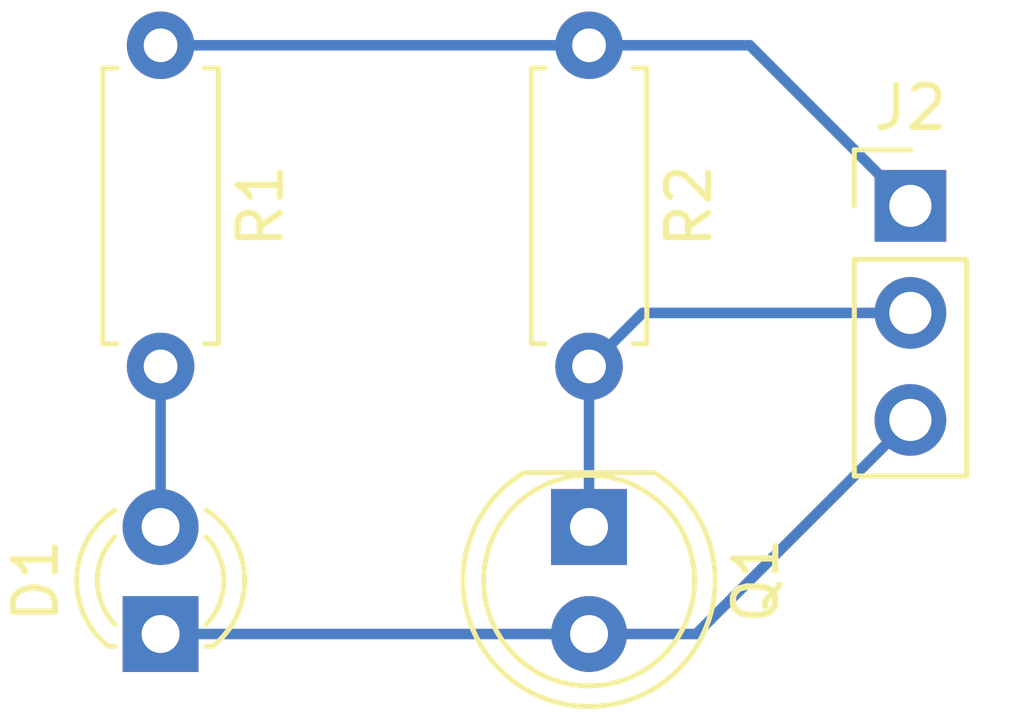
<source format=kicad_pcb>
(kicad_pcb (version 20211014) (generator pcbnew)
  (layers (0 "F.Cu" signal) (31 "B.Cu" signal) (34 "B.Paste" user) (35 "F.Paste" user) (36 "B.SilkS" user "B.Silkscreen") (37 "F.SilkS" user "F.Silkscreen") (38 "B.Mask" user) (39 "F.Mask" user) (44 "Edge.Cuts" user))
  (net 0 "")
  (net 1 "Net-(D1-Pad2)")
  (net 2 "GND")
  (net 3 "/TriggerSignal")
  (net 4 "/Trigger+")
  (footprint "LED_THT:LED_D3.0mm_FlatTop" (layer "F.Cu") (at 107.95 101.6 90)
    (fp_text reference "D1" (at 1.27 -2.96 90) (layer "F.SilkS"))
    (fp_text value "LED")
    (fp_line (start -0.29 1.08) (end -0.29 1.236) (layer "F.SilkS") (width 0.12))
    (fp_line (start -0.29 -1.236) (end -0.29 -1.08) (layer "F.SilkS") (width 0.12))
    (fp_arc (start 2.942335 1.078608) (mid 1.366487 1.987659) (end -0.29 1.235516) (layer "F.SilkS") (width 0.12))
    (fp_arc (start 2.31113 1.079837) (mid 1.270117 1.5) (end 0.229039 1.08) (layer "F.SilkS") (width 0.12))
    (fp_arc (start 0.229039 -1.08) (mid 1.270117 -1.5) (end 2.31113 -1.079837) (layer "F.SilkS") (width 0.12))
    (fp_arc (start -0.29 -1.235516) (mid 1.366487 -1.987659) (end 2.942335 -1.078608) (layer "F.SilkS") (width 0.12))
    (pad "1" thru_hole rect (at 0 0 90) (size 1.8 1.8) (drill 0.9) (layers *.Cu *.Mask) (net 2 "GND"))
    (pad "2" thru_hole circle (at 2.54 0 90) (size 1.8 1.8) (drill 0.9) (layers *.Cu *.Mask) (net 1 "Net-(D1-Pad2)"))
  )
  (footprint "Connector_PinHeader_2.54mm:PinHeader_1x03_P2.54mm_Vertical" (layer "F.Cu") (at 125.73 91.44)
    (fp_text reference "J2" (at 0 -2.33) (layer "F.SilkS"))
    (fp_text value "Trigger")
    (fp_line (start -1.33 -1.33) (end 0 -1.33) (layer "F.SilkS") (width 0.12))
    (fp_line (start -1.33 1.27) (end -1.33 6.41) (layer "F.SilkS") (width 0.12))
    (fp_line (start -1.33 0) (end -1.33 -1.33) (layer "F.SilkS") (width 0.12))
    (fp_line (start 1.33 1.27) (end 1.33 6.41) (layer "F.SilkS") (width 0.12))
    (fp_line (start -1.33 1.27) (end 1.33 1.27) (layer "F.SilkS") (width 0.12))
    (fp_line (start -1.33 6.41) (end 1.33 6.41) (layer "F.SilkS") (width 0.12))
    (pad "1" thru_hole rect (at 0 0) (size 1.7 1.7) (drill 1) (layers *.Cu *.Mask) (net 4 "/Trigger+"))
    (pad "2" thru_hole oval (at 0 2.54) (size 1.7 1.7) (drill 1) (layers *.Cu *.Mask) (net 3 "/TriggerSignal"))
    (pad "3" thru_hole oval (at 0 5.08) (size 1.7 1.7) (drill 1) (layers *.Cu *.Mask) (net 2 "GND"))
  )
  (footprint "LED_THT:LED_D5.0mm_Clear" (layer "F.Cu") (at 118.11 99.06 -90)
    (fp_text reference "Q1" (at 1.27 -3.96 90) (layer "F.SilkS"))
    (fp_text value "BP103B")
    (fp_line (start -1.29 -1.545) (end -1.29 1.545) (layer "F.SilkS") (width 0.12))
    (fp_arc (start 4.26 -0.000462) (mid 2.072002 2.880433) (end -1.29 1.54483) (layer "F.SilkS") (width 0.12))
    (fp_arc (start -1.29 -1.54483) (mid 2.072002 -2.880433) (end 4.26 0.000462) (layer "F.SilkS") (width 0.12))
    (fp_circle (center 1.27 0) (end 3.77 0) (layer "F.SilkS") (width 0.12) (fill none))
    (pad "1" thru_hole rect (at 0 0 270) (size 1.8 1.8) (drill 0.9) (layers *.Cu *.Mask) (net 3 "/TriggerSignal"))
    (pad "2" thru_hole circle (at 2.54 0 270) (size 1.8 1.8) (drill 0.9) (layers *.Cu *.Mask) (net 2 "GND"))
  )
  (footprint "Resistor_THT:R_Axial_DIN0207_L6.3mm_D2.5mm_P7.62mm_Horizontal" (layer "F.Cu") (at 107.95 87.63 -90)
    (fp_text reference "R1" (at 3.81 -2.37 90) (layer "F.SilkS"))
    (fp_text value "2.2K")
    (fp_line (start 0.54 1.37) (end 7.08 1.37) (layer "F.SilkS") (width 0.12))
    (fp_line (start 0.54 -1.37) (end 7.08 -1.37) (layer "F.SilkS") (width 0.12))
    (fp_line (start 0.54 -1.04) (end 0.54 -1.37) (layer "F.SilkS") (width 0.12))
    (fp_line (start 7.08 -1.37) (end 7.08 -1.04) (layer "F.SilkS") (width 0.12))
    (fp_line (start 7.08 1.37) (end 7.08 1.04) (layer "F.SilkS") (width 0.12))
    (fp_line (start 0.54 1.04) (end 0.54 1.37) (layer "F.SilkS") (width 0.12))
    (pad "1" thru_hole circle (at 0 0 270) (size 1.6 1.6) (drill 0.8) (layers *.Cu *.Mask) (net 4 "/Trigger+"))
    (pad "2" thru_hole oval (at 7.62 0 270) (size 1.6 1.6) (drill 0.8) (layers *.Cu *.Mask) (net 1 "Net-(D1-Pad2)"))
  )
  (footprint "Resistor_THT:R_Axial_DIN0207_L6.3mm_D2.5mm_P7.62mm_Horizontal" (layer "F.Cu") (at 118.11 87.63 -90)
    (fp_text reference "R2" (at 3.81 -2.37 90) (layer "F.SilkS"))
    (fp_text value "2.2K")
    (fp_line (start 0.54 -1.04) (end 0.54 -1.37) (layer "F.SilkS") (width 0.12))
    (fp_line (start 7.08 1.37) (end 7.08 1.04) (layer "F.SilkS") (width 0.12))
    (fp_line (start 7.08 -1.37) (end 7.08 -1.04) (layer "F.SilkS") (width 0.12))
    (fp_line (start 0.54 1.37) (end 7.08 1.37) (layer "F.SilkS") (width 0.12))
    (fp_line (start 0.54 1.04) (end 0.54 1.37) (layer "F.SilkS") (width 0.12))
    (fp_line (start 0.54 -1.37) (end 7.08 -1.37) (layer "F.SilkS") (width 0.12))
    (pad "1" thru_hole circle (at 0 0 270) (size 1.6 1.6) (drill 0.8) (layers *.Cu *.Mask) (net 4 "/Trigger+"))
    (pad "2" thru_hole oval (at 7.62 0 270) (size 1.6 1.6) (drill 0.8) (layers *.Cu *.Mask) (net 3 "/TriggerSignal"))
  )
  (segment (start 107.95 99.06) (end 107.95 95.25) (width 0.25) (layer "B.Cu") (net 1))
  (segment (start 118.11 101.6) (end 120.65 101.6) (width 0.25) (layer "B.Cu") (net 2))
  (segment (start 118.11 101.6) (end 107.95 101.6) (width 0.25) (layer "B.Cu") (net 2))
  (segment (start 120.65 101.6) (end 125.73 96.52) (width 0.25) (layer "B.Cu") (net 2))
  (segment (start 119.38 93.98) (end 118.11 95.25) (width 0.25) (layer "B.Cu") (net 3))
  (segment (start 118.11 95.25) (end 118.11 99.06) (width 0.25) (layer "B.Cu") (net 3))
  (segment (start 125.73 93.98) (end 119.38 93.98) (width 0.25) (layer "B.Cu") (net 3))
  (segment (start 121.92 87.63) (end 125.73 91.44) (width 0.25) (layer "B.Cu") (net 4))
  (segment (start 107.95 87.63) (end 118.11 87.63) (width 0.25) (layer "B.Cu") (net 4))
  (segment (start 118.11 87.63) (end 121.92 87.63) (width 0.25) (layer "B.Cu") (net 4))
)
</source>
